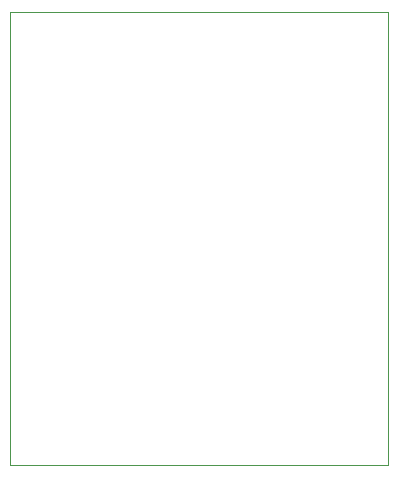
<source format=gbr>
%TF.GenerationSoftware,KiCad,Pcbnew,8.0.8-8.0.8-0~ubuntu24.04.1*%
%TF.CreationDate,2025-07-30T22:16:22-04:00*%
%TF.ProjectId,electronics,656c6563-7472-46f6-9e69-63732e6b6963,rev?*%
%TF.SameCoordinates,Original*%
%TF.FileFunction,Profile,NP*%
%FSLAX46Y46*%
G04 Gerber Fmt 4.6, Leading zero omitted, Abs format (unit mm)*
G04 Created by KiCad (PCBNEW 8.0.8-8.0.8-0~ubuntu24.04.1) date 2025-07-30 22:16:22*
%MOMM*%
%LPD*%
G01*
G04 APERTURE LIST*
%TA.AperFunction,Profile*%
%ADD10C,0.050000*%
%TD*%
G04 APERTURE END LIST*
D10*
X127710000Y-71520000D02*
X159710000Y-71520000D01*
X159710000Y-109920000D01*
X127710000Y-109920000D01*
X127710000Y-71520000D01*
M02*

</source>
